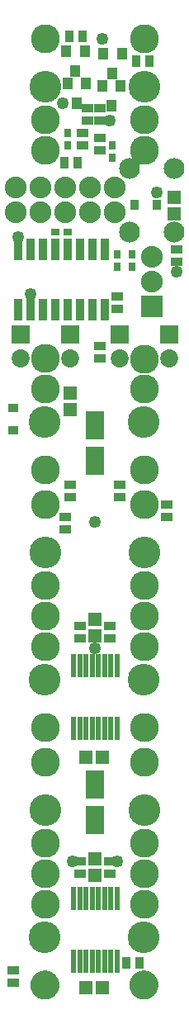
<source format=gts>
G04 MADE WITH FRITZING*
G04 WWW.FRITZING.ORG*
G04 DOUBLE SIDED*
G04 HOLES PLATED*
G04 CONTOUR ON CENTER OF CONTOUR VECTOR*
%ASAXBY*%
%FSLAX23Y23*%
%MOIN*%
%OFA0B0*%
%SFA1.0B1.0*%
%ADD10C,0.049370*%
%ADD11C,0.088000*%
%ADD12C,0.072992*%
%ADD13C,0.117087*%
%ADD14C,0.128110*%
%ADD15C,0.059843*%
%ADD16C,0.084000*%
%ADD17R,0.045433X0.037559*%
%ADD18R,0.023779X0.096614*%
%ADD19R,0.072992X0.112362*%
%ADD20R,0.088000X0.088000*%
%ADD21R,0.037559X0.045433*%
%ADD22R,0.029685X0.037559*%
%ADD23R,0.037559X0.029685*%
%ADD24R,0.072992X0.072992*%
%ADD25R,0.036000X0.090000*%
%ADD26R,0.041496X0.045433*%
%ADD27R,0.034803X0.042677*%
%ADD28R,0.042677X0.034803*%
%ADD29R,0.057244X0.053307*%
%ADD30R,0.053307X0.057244*%
%ADD31R,0.001000X0.001000*%
%LNMASK1*%
G90*
G70*
G54D10*
X261Y3617D03*
X421Y3877D03*
X81Y3077D03*
X391Y1417D03*
X641Y3257D03*
X451Y3547D03*
X721Y2937D03*
G54D11*
X621Y2797D03*
X621Y2897D03*
X621Y2997D03*
X621Y2797D03*
X621Y2897D03*
X621Y2997D03*
X471Y3277D03*
X371Y3277D03*
X271Y3277D03*
X171Y3277D03*
X71Y3277D03*
X471Y3277D03*
X371Y3277D03*
X271Y3277D03*
X171Y3277D03*
X71Y3277D03*
X71Y3177D03*
X171Y3177D03*
X271Y3177D03*
X371Y3177D03*
X471Y3177D03*
G54D12*
X691Y2685D03*
X691Y2587D03*
X691Y2685D03*
X691Y2587D03*
X491Y2685D03*
X491Y2587D03*
X491Y2685D03*
X491Y2587D03*
X91Y2685D03*
X91Y2587D03*
X91Y2685D03*
X91Y2587D03*
X291Y2685D03*
X291Y2587D03*
X291Y2685D03*
X291Y2587D03*
G54D13*
X191Y3428D03*
X191Y3550D03*
X191Y3877D03*
G54D14*
X191Y3683D03*
G54D13*
X191Y3428D03*
X191Y3550D03*
X191Y3877D03*
G54D14*
X191Y3683D03*
G54D13*
X591Y1547D03*
X591Y1669D03*
X591Y1996D03*
G54D14*
X591Y1802D03*
G54D13*
X591Y1547D03*
X591Y1669D03*
X591Y1996D03*
G54D14*
X591Y1802D03*
G54D13*
X591Y2584D03*
X591Y2462D03*
X591Y2136D03*
G54D14*
X590Y2329D03*
G54D13*
X591Y2584D03*
X591Y2462D03*
X591Y2136D03*
G54D14*
X590Y2329D03*
G54D13*
X591Y508D03*
X591Y630D03*
X591Y957D03*
G54D14*
X591Y763D03*
G54D13*
X591Y508D03*
X591Y630D03*
X591Y957D03*
G54D14*
X591Y763D03*
G54D13*
X591Y1546D03*
X591Y1423D03*
X591Y1097D03*
G54D14*
X590Y1290D03*
G54D13*
X591Y1546D03*
X591Y1423D03*
X591Y1097D03*
G54D14*
X590Y1290D03*
G54D13*
X591Y506D03*
X591Y383D03*
G54D15*
X591Y57D03*
G54D14*
X590Y250D03*
G54D13*
X591Y506D03*
X591Y383D03*
G54D15*
X591Y57D03*
G54D14*
X590Y250D03*
G54D13*
X191Y506D03*
X191Y383D03*
G54D15*
X191Y57D03*
G54D14*
X190Y250D03*
G54D13*
X191Y506D03*
X191Y383D03*
G54D15*
X191Y57D03*
G54D14*
X190Y250D03*
G54D13*
X191Y508D03*
X191Y630D03*
X191Y957D03*
G54D14*
X191Y763D03*
G54D13*
X191Y508D03*
X191Y630D03*
X191Y957D03*
G54D14*
X191Y763D03*
G54D13*
X191Y1546D03*
X191Y1423D03*
X191Y1097D03*
G54D14*
X190Y1290D03*
G54D13*
X191Y1546D03*
X191Y1423D03*
X191Y1097D03*
G54D14*
X190Y1290D03*
G54D13*
X191Y1548D03*
X191Y1670D03*
X191Y1997D03*
G54D14*
X191Y1803D03*
G54D13*
X191Y1548D03*
X191Y1670D03*
X191Y1997D03*
G54D14*
X191Y1803D03*
G54D13*
X191Y2586D03*
X191Y2463D03*
X191Y2137D03*
G54D14*
X190Y2330D03*
G54D13*
X191Y2586D03*
X191Y2463D03*
X191Y2137D03*
G54D14*
X190Y2330D03*
G54D13*
X591Y3428D03*
X591Y3550D03*
X591Y3877D03*
G54D14*
X591Y3683D03*
G54D13*
X591Y3428D03*
X591Y3550D03*
X591Y3877D03*
G54D14*
X591Y3683D03*
G54D16*
X711Y3097D03*
X711Y3353D03*
X533Y3097D03*
X533Y3353D03*
X711Y3097D03*
X711Y3353D03*
X533Y3097D03*
X533Y3353D03*
X711Y3097D03*
X711Y3353D03*
X533Y3097D03*
X533Y3353D03*
G54D10*
X391Y1927D03*
X131Y2847D03*
X481Y557D03*
X301Y557D03*
G54D17*
X331Y1507D03*
X331Y1456D03*
G54D18*
X306Y155D03*
X331Y155D03*
X356Y155D03*
X381Y155D03*
X406Y155D03*
X431Y155D03*
X456Y155D03*
X481Y155D03*
X481Y407D03*
X456Y407D03*
X431Y407D03*
X406Y407D03*
X381Y407D03*
X356Y407D03*
X331Y407D03*
X306Y407D03*
G54D19*
X391Y725D03*
X391Y867D03*
X391Y2175D03*
X391Y2317D03*
G54D20*
X621Y2797D03*
X621Y2797D03*
G54D21*
X289Y3887D03*
X341Y3887D03*
G54D17*
X411Y3547D03*
X411Y3598D03*
G54D22*
X541Y2957D03*
X541Y3008D03*
G54D23*
X282Y3097D03*
X231Y3097D03*
G54D17*
X681Y1998D03*
X681Y1947D03*
G54D24*
X691Y2685D03*
X691Y2685D03*
X491Y2685D03*
X491Y2685D03*
X91Y2685D03*
X91Y2685D03*
X291Y2685D03*
X291Y2685D03*
G54D25*
X81Y2785D03*
X131Y2785D03*
X181Y2785D03*
X231Y2785D03*
X281Y2785D03*
X331Y2785D03*
X381Y2785D03*
X431Y2785D03*
X431Y3027D03*
X381Y3027D03*
X331Y3027D03*
X281Y3027D03*
X231Y3027D03*
X181Y3027D03*
X131Y3027D03*
X81Y3027D03*
G54D21*
X611Y3787D03*
X559Y3787D03*
G54D26*
X501Y3817D03*
X426Y3817D03*
X463Y3738D03*
X495Y3687D03*
X421Y3687D03*
X458Y3608D03*
G54D17*
X481Y2837D03*
X481Y2786D03*
G54D22*
X461Y3447D03*
X461Y3396D03*
G54D26*
X351Y3827D03*
X276Y3827D03*
X313Y3748D03*
X355Y3697D03*
X281Y3697D03*
X318Y3618D03*
G54D17*
X341Y3447D03*
X341Y3498D03*
X361Y3547D03*
X361Y3598D03*
G54D21*
X321Y3377D03*
X269Y3377D03*
G54D22*
X281Y3497D03*
X281Y3446D03*
G54D17*
X411Y3478D03*
X411Y3427D03*
G54D18*
X306Y1095D03*
X331Y1095D03*
X356Y1095D03*
X381Y1095D03*
X406Y1095D03*
X431Y1095D03*
X456Y1095D03*
X481Y1095D03*
X481Y1347D03*
X456Y1347D03*
X431Y1347D03*
X406Y1347D03*
X381Y1347D03*
X356Y1347D03*
X331Y1347D03*
X306Y1347D03*
G54D17*
X291Y2077D03*
X291Y2026D03*
X411Y2637D03*
X411Y2586D03*
X271Y1947D03*
X271Y1896D03*
X491Y2077D03*
X491Y2026D03*
X451Y557D03*
X451Y506D03*
G54D21*
X571Y147D03*
X519Y147D03*
G54D17*
X61Y66D03*
X61Y117D03*
X451Y1507D03*
X451Y1456D03*
G54D27*
X641Y3207D03*
X551Y3207D03*
G54D28*
X61Y2387D03*
X61Y2296D03*
G54D22*
X481Y3007D03*
X481Y2956D03*
G54D29*
X421Y47D03*
X354Y47D03*
X421Y977D03*
X354Y977D03*
G54D30*
X291Y2447D03*
X291Y2380D03*
X711Y3170D03*
X711Y3237D03*
X391Y567D03*
X391Y500D03*
X391Y1534D03*
X391Y1467D03*
G54D17*
X721Y2977D03*
X721Y3028D03*
X331Y557D03*
X331Y506D03*
G54D31*
X182Y115D02*
X198Y115D01*
X582Y115D02*
X598Y115D01*
X177Y114D02*
X203Y114D01*
X577Y114D02*
X603Y114D01*
X173Y113D02*
X207Y113D01*
X573Y113D02*
X607Y113D01*
X170Y112D02*
X210Y112D01*
X570Y112D02*
X610Y112D01*
X167Y111D02*
X213Y111D01*
X567Y111D02*
X612Y111D01*
X165Y110D02*
X215Y110D01*
X565Y110D02*
X614Y110D01*
X163Y109D02*
X217Y109D01*
X563Y109D02*
X616Y109D01*
X162Y108D02*
X218Y108D01*
X561Y108D02*
X618Y108D01*
X160Y107D02*
X220Y107D01*
X560Y107D02*
X620Y107D01*
X158Y106D02*
X222Y106D01*
X558Y106D02*
X621Y106D01*
X157Y105D02*
X223Y105D01*
X557Y105D02*
X623Y105D01*
X155Y104D02*
X224Y104D01*
X555Y104D02*
X624Y104D01*
X154Y103D02*
X226Y103D01*
X554Y103D02*
X626Y103D01*
X153Y102D02*
X227Y102D01*
X553Y102D02*
X627Y102D01*
X152Y101D02*
X228Y101D01*
X552Y101D02*
X628Y101D01*
X151Y100D02*
X229Y100D01*
X550Y100D02*
X629Y100D01*
X149Y99D02*
X230Y99D01*
X549Y99D02*
X630Y99D01*
X149Y98D02*
X231Y98D01*
X548Y98D02*
X631Y98D01*
X148Y97D02*
X232Y97D01*
X547Y97D02*
X632Y97D01*
X147Y96D02*
X233Y96D01*
X547Y96D02*
X633Y96D01*
X146Y95D02*
X234Y95D01*
X546Y95D02*
X634Y95D01*
X145Y94D02*
X235Y94D01*
X545Y94D02*
X635Y94D01*
X144Y93D02*
X236Y93D01*
X544Y93D02*
X635Y93D01*
X144Y92D02*
X236Y92D01*
X543Y92D02*
X636Y92D01*
X143Y91D02*
X237Y91D01*
X543Y91D02*
X637Y91D01*
X142Y90D02*
X238Y90D01*
X542Y90D02*
X638Y90D01*
X141Y89D02*
X238Y89D01*
X541Y89D02*
X638Y89D01*
X141Y88D02*
X239Y88D01*
X541Y88D02*
X639Y88D01*
X140Y87D02*
X240Y87D01*
X540Y87D02*
X639Y87D01*
X140Y86D02*
X240Y86D01*
X539Y86D02*
X640Y86D01*
X139Y85D02*
X241Y85D01*
X539Y85D02*
X641Y85D01*
X138Y84D02*
X241Y84D01*
X538Y84D02*
X641Y84D01*
X138Y83D02*
X242Y83D01*
X538Y83D02*
X642Y83D01*
X138Y82D02*
X242Y82D01*
X537Y82D02*
X642Y82D01*
X137Y81D02*
X243Y81D01*
X537Y81D02*
X643Y81D01*
X137Y80D02*
X243Y80D01*
X536Y80D02*
X643Y80D01*
X136Y79D02*
X244Y79D01*
X536Y79D02*
X643Y79D01*
X136Y78D02*
X244Y78D01*
X536Y78D02*
X644Y78D01*
X135Y77D02*
X244Y77D01*
X535Y77D02*
X644Y77D01*
X135Y76D02*
X245Y76D01*
X535Y76D02*
X645Y76D01*
X135Y75D02*
X245Y75D01*
X535Y75D02*
X645Y75D01*
X134Y74D02*
X245Y74D01*
X534Y74D02*
X645Y74D01*
X134Y73D02*
X246Y73D01*
X534Y73D02*
X645Y73D01*
X134Y72D02*
X246Y72D01*
X534Y72D02*
X646Y72D01*
X134Y71D02*
X246Y71D01*
X534Y71D02*
X646Y71D01*
X133Y70D02*
X246Y70D01*
X533Y70D02*
X646Y70D01*
X133Y69D02*
X247Y69D01*
X533Y69D02*
X646Y69D01*
X133Y68D02*
X247Y68D01*
X533Y68D02*
X647Y68D01*
X133Y67D02*
X247Y67D01*
X533Y67D02*
X647Y67D01*
X133Y66D02*
X247Y66D01*
X533Y66D02*
X647Y66D01*
X133Y65D02*
X247Y65D01*
X532Y65D02*
X647Y65D01*
X132Y64D02*
X247Y64D01*
X532Y64D02*
X647Y64D01*
X132Y63D02*
X248Y63D01*
X532Y63D02*
X647Y63D01*
X132Y62D02*
X248Y62D01*
X532Y62D02*
X647Y62D01*
X132Y61D02*
X248Y61D01*
X532Y61D02*
X648Y61D01*
X132Y60D02*
X248Y60D01*
X532Y60D02*
X648Y60D01*
X132Y59D02*
X248Y59D01*
X532Y59D02*
X648Y59D01*
X132Y58D02*
X248Y58D01*
X532Y58D02*
X648Y58D01*
X132Y57D02*
X248Y57D01*
X532Y57D02*
X648Y57D01*
X132Y56D02*
X248Y56D01*
X532Y56D02*
X648Y56D01*
X132Y55D02*
X248Y55D01*
X532Y55D02*
X648Y55D01*
X132Y54D02*
X248Y54D01*
X532Y54D02*
X648Y54D01*
X132Y53D02*
X248Y53D01*
X532Y53D02*
X648Y53D01*
X132Y52D02*
X248Y52D01*
X532Y52D02*
X647Y52D01*
X132Y51D02*
X248Y51D01*
X532Y51D02*
X647Y51D01*
X132Y50D02*
X247Y50D01*
X532Y50D02*
X647Y50D01*
X133Y49D02*
X247Y49D01*
X532Y49D02*
X647Y49D01*
X133Y48D02*
X247Y48D01*
X533Y48D02*
X647Y48D01*
X133Y47D02*
X247Y47D01*
X533Y47D02*
X647Y47D01*
X133Y46D02*
X247Y46D01*
X533Y46D02*
X647Y46D01*
X133Y45D02*
X247Y45D01*
X533Y45D02*
X646Y45D01*
X134Y44D02*
X246Y44D01*
X533Y44D02*
X646Y44D01*
X134Y43D02*
X246Y43D01*
X534Y43D02*
X646Y43D01*
X134Y42D02*
X246Y42D01*
X534Y42D02*
X646Y42D01*
X134Y41D02*
X246Y41D01*
X534Y41D02*
X645Y41D01*
X135Y40D02*
X245Y40D01*
X534Y40D02*
X645Y40D01*
X135Y39D02*
X245Y39D01*
X535Y39D02*
X645Y39D01*
X135Y38D02*
X245Y38D01*
X535Y38D02*
X644Y38D01*
X136Y37D02*
X244Y37D01*
X535Y37D02*
X644Y37D01*
X136Y36D02*
X244Y36D01*
X536Y36D02*
X644Y36D01*
X136Y35D02*
X244Y35D01*
X536Y35D02*
X643Y35D01*
X137Y34D02*
X243Y34D01*
X537Y34D02*
X643Y34D01*
X137Y33D02*
X243Y33D01*
X537Y33D02*
X642Y33D01*
X138Y32D02*
X242Y32D01*
X538Y32D02*
X642Y32D01*
X138Y31D02*
X242Y31D01*
X538Y31D02*
X641Y31D01*
X139Y30D02*
X241Y30D01*
X538Y30D02*
X641Y30D01*
X139Y29D02*
X241Y29D01*
X539Y29D02*
X640Y29D01*
X140Y28D02*
X240Y28D01*
X540Y28D02*
X640Y28D01*
X140Y27D02*
X239Y27D01*
X540Y27D02*
X639Y27D01*
X141Y26D02*
X239Y26D01*
X541Y26D02*
X639Y26D01*
X142Y25D02*
X238Y25D01*
X541Y25D02*
X638Y25D01*
X142Y24D02*
X238Y24D01*
X542Y24D02*
X637Y24D01*
X143Y23D02*
X237Y23D01*
X543Y23D02*
X637Y23D01*
X144Y22D02*
X236Y22D01*
X544Y22D02*
X636Y22D01*
X145Y21D02*
X235Y21D01*
X544Y21D02*
X635Y21D01*
X145Y20D02*
X235Y20D01*
X545Y20D02*
X634Y20D01*
X146Y19D02*
X234Y19D01*
X546Y19D02*
X633Y19D01*
X147Y18D02*
X233Y18D01*
X547Y18D02*
X633Y18D01*
X148Y17D02*
X232Y17D01*
X548Y17D02*
X632Y17D01*
X149Y16D02*
X231Y16D01*
X549Y16D02*
X631Y16D01*
X150Y15D02*
X230Y15D01*
X550Y15D02*
X630Y15D01*
X151Y14D02*
X229Y14D01*
X551Y14D02*
X629Y14D01*
X152Y13D02*
X228Y13D01*
X552Y13D02*
X627Y13D01*
X153Y12D02*
X227Y12D01*
X553Y12D02*
X626Y12D01*
X155Y11D02*
X225Y11D01*
X554Y11D02*
X625Y11D01*
X156Y10D02*
X224Y10D01*
X556Y10D02*
X624Y10D01*
X157Y9D02*
X222Y9D01*
X557Y9D02*
X622Y9D01*
X159Y8D02*
X221Y8D01*
X559Y8D02*
X621Y8D01*
X161Y7D02*
X219Y7D01*
X560Y7D02*
X619Y7D01*
X162Y6D02*
X218Y6D01*
X562Y6D02*
X617Y6D01*
X164Y5D02*
X216Y5D01*
X564Y5D02*
X616Y5D01*
X166Y4D02*
X214Y4D01*
X566Y4D02*
X614Y4D01*
X168Y3D02*
X211Y3D01*
X568Y3D02*
X611Y3D01*
X171Y2D02*
X209Y2D01*
X571Y2D02*
X608Y2D01*
X174Y1D02*
X205Y1D01*
X574Y1D02*
X605Y1D01*
X178Y0D02*
X201Y0D01*
X578Y0D02*
X601Y0D01*
X185Y-1D02*
X195Y-1D01*
X585Y-1D02*
X595Y-1D01*
D02*
G04 End of Mask1*
M02*
</source>
